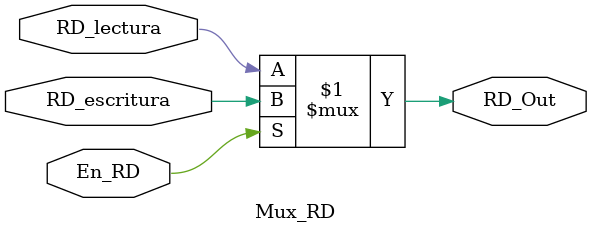
<source format=v>
`timescale 1ns / 1ps


module Mux_RD(
    RD_escritura,
    RD_lectura,
    En_RD,
    RD_Out
    
    );
 parameter largo =8;
 input RD_lectura;
 input RD_escritura;
 output RD_Out;
 input En_RD;
 
assign RD_Out = En_RD ? RD_escritura: RD_lectura;
                        
endmodule

</source>
